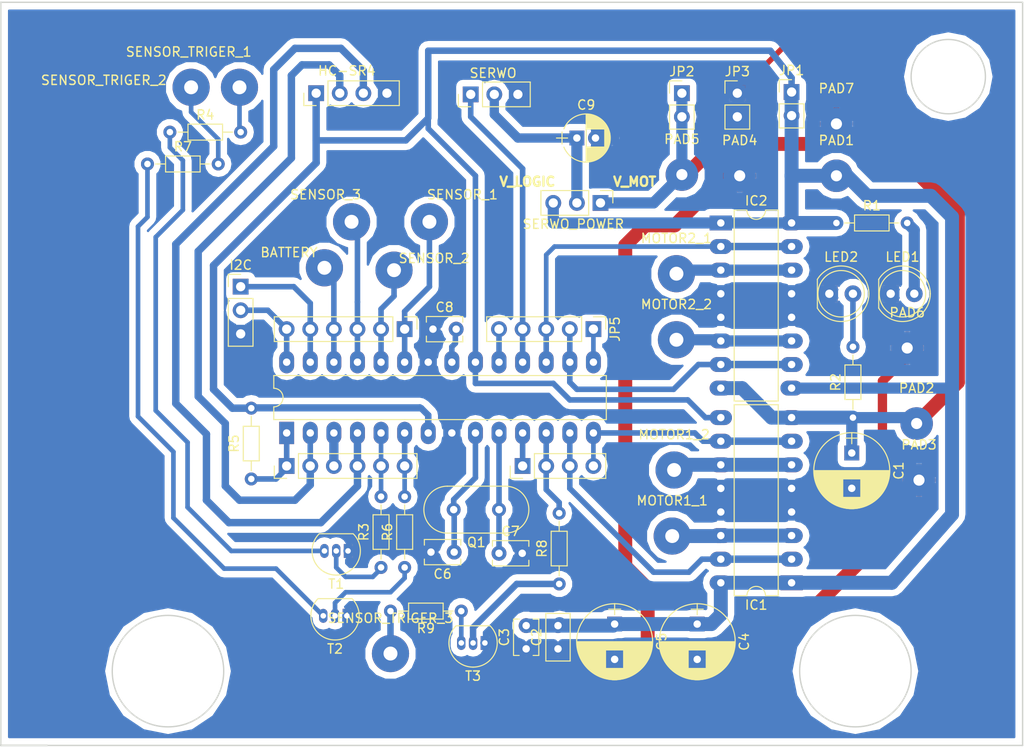
<source format=kicad_pcb>
(kicad_pcb (version 4) (host pcbnew 4.0.6)
  (layers (0 F.Cu signal hide) (31 B.Cu signal) (34 B.Paste user hide) (35 F.Paste user hide) (36 B.SilkS user hide) (37 F.SilkS user hide) (38 B.Mask user hide) (39 F.Mask user hide) (44 Edge.Cuts user))
  (net 0 "")
  (net 1 "Net-(BATTERY_VOLTAGE1-Pad1)")
  (net 2 MOTOR_VCC)
  (net 3 GND)
  (net 4 LOGIC_VCC)
  (net 5 "Net-(C6-Pad1)")
  (net 6 "Net-(C7-Pad1)")
  (net 7 "Net-(C8-Pad2)")
  (net 8 "Net-(I2C1-Pad1)")
  (net 9 "Net-(I2C1-Pad2)")
  (net 10 M1_1)
  (net 11 M1_2)
  (net 12 "Net-(IC1-Pad14)")
  (net 13 "Net-(IC1-Pad11)")
  (net 14 M2_1)
  (net 15 M2_2)
  (net 16 "Net-(IC2-Pad14)")
  (net 17 "Net-(IC2-Pad11)")
  (net 18 RESET)
  (net 19 "Net-(IC3-Pad3)")
  (net 20 SERWO)
  (net 21 "Net-(IC3-Pad19)")
  (net 22 "Net-(IC3-Pad23)")
  (net 23 "Net-(IC3-Pad24)")
  (net 24 TRIGER_0)
  (net 25 "Net-(IC3-Pad25)")
  (net 26 TRIGER_1)
  (net 27 TRIGER_2)
  (net 28 "Net-(LED1-Pad2)")
  (net 29 "Net-(LED2-Pad2)")
  (net 30 "Net-(R3-Pad1)")
  (net 31 "Net-(R4-Pad1)")
  (net 32 "Net-(R4-Pad2)")
  (net 33 "Net-(R6-Pad1)")
  (net 34 "Net-(R7-Pad1)")
  (net 35 "Net-(R7-Pad2)")
  (net 36 "Net-(R8-Pad1)")
  (net 37 "Net-(R9-Pad1)")
  (net 38 "Net-(R9-Pad2)")
  (net 39 "Net-(IC3-Pad15)")
  (net 40 "Net-(IC3-Pad11)")
  (net 41 "Net-(C9-Pad1)")
  (net 42 HCSR_ECHO)
  (net 43 HCSR_TRIG)
  (module Wire_Pads:SolderWirePad_single_1-5mmDrill (layer F.Cu) (at 124.841 68.58)
    (fp_text reference BATTERY (at -3.81 -1.651) (layer F.SilkS))
    (fp_text value CONN_01X01 hide)
    (pad 1 thru_hole circle (at 0 0) (size 4.0005 4.0005) (drill 1.50114) (layers *.Cu *.Mask) (net 1 "Net-(BATTERY_VOLTAGE1-Pad1)"))
  )
  (module Capacitors_THT:CP_Radial_D8.0mm_P3.80mm (layer F.Cu) (at 181.61 88.519 270)
    (fp_text reference C1 (at 1.9 -5.06 270) (layer F.SilkS))
    (fp_text value 470uF)
    (pad 1 thru_hole rect (at 0 0 270) (size 1.6 1.6) (drill 0.8) (layers *.Cu *.Mask) (net 2 MOTOR_VCC))
    (pad 2 thru_hole circle (at 3.8 0 270) (size 1.6 1.6) (drill 0.8) (layers *.Cu *.Mask) (net 3 GND))
  )
  (module Capacitors_THT:C_Disc_D5.0mm_W2.5mm_P2.50mm (layer F.Cu) (at 149.987 109.601 90)
    (fp_text reference C2 (at 1.25 -2.31 90) (layer F.SilkS))
    (fp_text value 100nF)
    (pad 1 thru_hole circle (at 0 0 90) (size 1.6 1.6) (drill 0.8) (layers *.Cu *.Mask) (net 3 GND))
    (pad 2 thru_hole circle (at 2.5 0 90) (size 1.6 1.6) (drill 0.8) (layers *.Cu *.Mask) (net 4 LOGIC_VCC))
  )
  (module Capacitors_THT:C_Disc_D3.8mm_W2.6mm_P2.50mm (layer F.Cu) (at 146.558 109.601 90)
    (fp_text reference C3 (at 1.25 -2.36 90) (layer F.SilkS))
    (fp_text value 100pF)
    (pad 1 thru_hole circle (at 0 0 90) (size 1.6 1.6) (drill 0.8) (layers *.Cu *.Mask) (net 3 GND))
    (pad 2 thru_hole circle (at 2.5 0 90) (size 1.6 1.6) (drill 0.8) (layers *.Cu *.Mask) (net 4 LOGIC_VCC))
  )
  (module Capacitors_THT:CP_Radial_D8.0mm_P3.80mm (layer F.Cu) (at 164.973 106.934 270)
    (fp_text reference C4 (at 1.9 -5.06 270) (layer F.SilkS))
    (fp_text value 470uF)
    (pad 1 thru_hole rect (at 0 0 270) (size 1.6 1.6) (drill 0.8) (layers *.Cu *.Mask) (net 4 LOGIC_VCC))
    (pad 2 thru_hole circle (at 3.8 0 270) (size 1.6 1.6) (drill 0.8) (layers *.Cu *.Mask) (net 3 GND))
  )
  (module Capacitors_THT:CP_Radial_D8.0mm_P3.80mm (layer F.Cu) (at 156.083 106.934 270)
    (fp_text reference C5 (at 1.9 -5.06 270) (layer F.SilkS))
    (fp_text value 470uF)
    (pad 1 thru_hole rect (at 0 0 270) (size 1.6 1.6) (drill 0.8) (layers *.Cu *.Mask) (net 4 LOGIC_VCC))
    (pad 2 thru_hole circle (at 3.8 0 270) (size 1.6 1.6) (drill 0.8) (layers *.Cu *.Mask) (net 3 GND))
  )
  (module Capacitors_THT:C_Disc_D3.8mm_W2.6mm_P2.50mm (layer F.Cu) (at 138.811 99.187 180)
    (fp_text reference C6 (at 1.25 -2.36 180) (layer F.SilkS))
    (fp_text value 15pF)
    (pad 1 thru_hole circle (at 0 0 180) (size 1.6 1.6) (drill 0.8) (layers *.Cu *.Mask) (net 5 "Net-(C6-Pad1)"))
    (pad 2 thru_hole circle (at 2.5 0 180) (size 1.6 1.6) (drill 0.8) (layers *.Cu *.Mask) (net 3 GND))
  )
  (module Capacitors_THT:C_Disc_D3.8mm_W2.6mm_P2.50mm (layer F.Cu) (at 143.637 99.314)
    (fp_text reference C7 (at 1.25 -2.36) (layer F.SilkS))
    (fp_text value 15pF)
    (pad 1 thru_hole circle (at 0 0) (size 1.6 1.6) (drill 0.8) (layers *.Cu *.Mask) (net 6 "Net-(C7-Pad1)"))
    (pad 2 thru_hole circle (at 2.5 0) (size 1.6 1.6) (drill 0.8) (layers *.Cu *.Mask) (net 3 GND))
  )
  (module Capacitors_THT:C_Disc_D3.8mm_W2.6mm_P2.50mm (layer F.Cu) (at 136.525 75.184)
    (fp_text reference C8 (at 1.25 -2.36) (layer F.SilkS))
    (fp_text value 100nF)
    (pad 1 thru_hole circle (at 0 0) (size 1.6 1.6) (drill 0.8) (layers *.Cu *.Mask) (net 3 GND))
    (pad 2 thru_hole circle (at 2.5 0) (size 1.6 1.6) (drill 0.8) (layers *.Cu *.Mask) (net 7 "Net-(C8-Pad2)"))
  )
  (module Pin_Headers:Pin_Header_Straight_1x03_Pitch2.54mm (layer F.Cu) (at 115.824 70.612)
    (fp_text reference I2C (at 0 -2.33) (layer F.SilkS))
    (fp_text value CONN_01X03 hide)
    (pad 1 thru_hole rect (at 0 0) (size 1.7 1.7) (drill 1) (layers *.Cu *.Mask) (net 8 "Net-(I2C1-Pad1)"))
    (pad 2 thru_hole oval (at 0 2.54) (size 1.7 1.7) (drill 1) (layers *.Cu *.Mask) (net 9 "Net-(I2C1-Pad2)"))
    (pad 3 thru_hole oval (at 0 5.08) (size 1.7 1.7) (drill 1) (layers *.Cu *.Mask) (net 3 GND))
  )
  (module Housings_DIP:DIP-16_W7.62mm_LongPads (layer F.Cu) (at 175.133 102.489 180)
    (fp_text reference IC1 (at 3.81 -2.39 180) (layer F.SilkS))
    (fp_text value L293D)
    (pad 1 thru_hole rect (at 0 0 180) (size 2.4 1.6) (drill 0.8) (layers *.Cu *.Mask) (net 4 LOGIC_VCC))
    (pad 9 thru_hole oval (at 7.62 17.78 180) (size 2.4 1.6) (drill 0.8) (layers *.Cu *.Mask) (net 4 LOGIC_VCC))
    (pad 2 thru_hole oval (at 0 2.54 180) (size 2.4 1.6) (drill 0.8) (layers *.Cu *.Mask) (net 10 M1_1))
    (pad 10 thru_hole oval (at 7.62 15.24 180) (size 2.4 1.6) (drill 0.8) (layers *.Cu *.Mask) (net 11 M1_2))
    (pad 3 thru_hole oval (at 0 5.08 180) (size 2.4 1.6) (drill 0.8) (layers *.Cu *.Mask) (net 12 "Net-(IC1-Pad14)"))
    (pad 11 thru_hole oval (at 7.62 12.7 180) (size 2.4 1.6) (drill 0.8) (layers *.Cu *.Mask) (net 13 "Net-(IC1-Pad11)"))
    (pad 4 thru_hole oval (at 0 7.62 180) (size 2.4 1.6) (drill 0.8) (layers *.Cu *.Mask) (net 3 GND))
    (pad 12 thru_hole oval (at 7.62 10.16 180) (size 2.4 1.6) (drill 0.8) (layers *.Cu *.Mask) (net 3 GND))
    (pad 5 thru_hole oval (at 0 10.16 180) (size 2.4 1.6) (drill 0.8) (layers *.Cu *.Mask) (net 3 GND))
    (pad 13 thru_hole oval (at 7.62 7.62 180) (size 2.4 1.6) (drill 0.8) (layers *.Cu *.Mask) (net 3 GND))
    (pad 6 thru_hole oval (at 0 12.7 180) (size 2.4 1.6) (drill 0.8) (layers *.Cu *.Mask) (net 13 "Net-(IC1-Pad11)"))
    (pad 14 thru_hole oval (at 7.62 5.08 180) (size 2.4 1.6) (drill 0.8) (layers *.Cu *.Mask) (net 12 "Net-(IC1-Pad14)"))
    (pad 7 thru_hole oval (at 0 15.24 180) (size 2.4 1.6) (drill 0.8) (layers *.Cu *.Mask) (net 11 M1_2))
    (pad 15 thru_hole oval (at 7.62 2.54 180) (size 2.4 1.6) (drill 0.8) (layers *.Cu *.Mask) (net 10 M1_1))
    (pad 8 thru_hole oval (at 0 17.78 180) (size 2.4 1.6) (drill 0.8) (layers *.Cu *.Mask) (net 2 MOTOR_VCC))
    (pad 16 thru_hole oval (at 7.62 0 180) (size 2.4 1.6) (drill 0.8) (layers *.Cu *.Mask) (net 4 LOGIC_VCC))
  )
  (module Housings_DIP:DIP-16_W7.62mm_LongPads (layer F.Cu) (at 167.513 63.754)
    (fp_text reference IC2 (at 3.81 -2.39) (layer F.SilkS))
    (fp_text value L293D)
    (pad 1 thru_hole rect (at 0 0) (size 2.4 1.6) (drill 0.8) (layers *.Cu *.Mask) (net 4 LOGIC_VCC))
    (pad 9 thru_hole oval (at 7.62 17.78) (size 2.4 1.6) (drill 0.8) (layers *.Cu *.Mask) (net 4 LOGIC_VCC))
    (pad 2 thru_hole oval (at 0 2.54) (size 2.4 1.6) (drill 0.8) (layers *.Cu *.Mask) (net 14 M2_1))
    (pad 10 thru_hole oval (at 7.62 15.24) (size 2.4 1.6) (drill 0.8) (layers *.Cu *.Mask) (net 15 M2_2))
    (pad 3 thru_hole oval (at 0 5.08) (size 2.4 1.6) (drill 0.8) (layers *.Cu *.Mask) (net 16 "Net-(IC2-Pad14)"))
    (pad 11 thru_hole oval (at 7.62 12.7) (size 2.4 1.6) (drill 0.8) (layers *.Cu *.Mask) (net 17 "Net-(IC2-Pad11)"))
    (pad 4 thru_hole oval (at 0 7.62) (size 2.4 1.6) (drill 0.8) (layers *.Cu *.Mask) (net 3 GND))
    (pad 12 thru_hole oval (at 7.62 10.16) (size 2.4 1.6) (drill 0.8) (layers *.Cu *.Mask) (net 3 GND))
    (pad 5 thru_hole oval (at 0 10.16) (size 2.4 1.6) (drill 0.8) (layers *.Cu *.Mask) (net 3 GND))
    (pad 13 thru_hole oval (at 7.62 7.62) (size 2.4 1.6) (drill 0.8) (layers *.Cu *.Mask) (net 3 GND))
    (pad 6 thru_hole oval (at 0 12.7) (size 2.4 1.6) (drill 0.8) (layers *.Cu *.Mask) (net 17 "Net-(IC2-Pad11)"))
    (pad 14 thru_hole oval (at 7.62 5.08) (size 2.4 1.6) (drill 0.8) (layers *.Cu *.Mask) (net 16 "Net-(IC2-Pad14)"))
    (pad 7 thru_hole oval (at 0 15.24) (size 2.4 1.6) (drill 0.8) (layers *.Cu *.Mask) (net 15 M2_2))
    (pad 15 thru_hole oval (at 7.62 2.54) (size 2.4 1.6) (drill 0.8) (layers *.Cu *.Mask) (net 14 M2_1))
    (pad 8 thru_hole oval (at 0 17.78) (size 2.4 1.6) (drill 0.8) (layers *.Cu *.Mask) (net 2 MOTOR_VCC))
    (pad 16 thru_hole oval (at 7.62 0) (size 2.4 1.6) (drill 0.8) (layers *.Cu *.Mask) (net 4 LOGIC_VCC))
  )
  (module Housings_DIP:DIP-28_W7.62mm_LongPads (layer F.Cu) (at 120.777 86.36 90)
    (fp_text reference IC3 hide)
    (fp_text value ATMEGA8-P)
    (pad 1 thru_hole rect (at 0 0 90) (size 2.4 1.6) (drill 0.8) (layers *.Cu *.Mask) (net 18 RESET))
    (pad 15 thru_hole oval (at 7.62 33.02 90) (size 2.4 1.6) (drill 0.8) (layers *.Cu *.Mask) (net 39 "Net-(IC3-Pad15)"))
    (pad 2 thru_hole oval (at 0 2.54 90) (size 2.4 1.6) (drill 0.8) (layers *.Cu *.Mask) (net 42 HCSR_ECHO))
    (pad 16 thru_hole oval (at 7.62 30.48 90) (size 2.4 1.6) (drill 0.8) (layers *.Cu *.Mask) (net 15 M2_2))
    (pad 3 thru_hole oval (at 0 5.08 90) (size 2.4 1.6) (drill 0.8) (layers *.Cu *.Mask) (net 19 "Net-(IC3-Pad3)"))
    (pad 17 thru_hole oval (at 7.62 27.94 90) (size 2.4 1.6) (drill 0.8) (layers *.Cu *.Mask) (net 14 M2_1))
    (pad 4 thru_hole oval (at 0 7.62 90) (size 2.4 1.6) (drill 0.8) (layers *.Cu *.Mask) (net 43 HCSR_TRIG))
    (pad 18 thru_hole oval (at 7.62 25.4 90) (size 2.4 1.6) (drill 0.8) (layers *.Cu *.Mask) (net 20 SERWO))
    (pad 5 thru_hole oval (at 0 10.16 90) (size 2.4 1.6) (drill 0.8) (layers *.Cu *.Mask) (net 24 TRIGER_0))
    (pad 19 thru_hole oval (at 7.62 22.86 90) (size 2.4 1.6) (drill 0.8) (layers *.Cu *.Mask) (net 21 "Net-(IC3-Pad19)"))
    (pad 6 thru_hole oval (at 0 12.7 90) (size 2.4 1.6) (drill 0.8) (layers *.Cu *.Mask) (net 26 TRIGER_1))
    (pad 20 thru_hole oval (at 7.62 20.32 90) (size 2.4 1.6) (drill 0.8) (layers *.Cu *.Mask) (net 4 LOGIC_VCC))
    (pad 7 thru_hole oval (at 0 15.24 90) (size 2.4 1.6) (drill 0.8) (layers *.Cu *.Mask) (net 4 LOGIC_VCC))
    (pad 21 thru_hole oval (at 7.62 17.78 90) (size 2.4 1.6) (drill 0.8) (layers *.Cu *.Mask) (net 7 "Net-(C8-Pad2)"))
    (pad 8 thru_hole oval (at 0 17.78 90) (size 2.4 1.6) (drill 0.8) (layers *.Cu *.Mask) (net 3 GND))
    (pad 22 thru_hole oval (at 7.62 15.24 90) (size 2.4 1.6) (drill 0.8) (layers *.Cu *.Mask) (net 3 GND))
    (pad 9 thru_hole oval (at 0 20.32 90) (size 2.4 1.6) (drill 0.8) (layers *.Cu *.Mask) (net 5 "Net-(C6-Pad1)"))
    (pad 23 thru_hole oval (at 7.62 12.7 90) (size 2.4 1.6) (drill 0.8) (layers *.Cu *.Mask) (net 22 "Net-(IC3-Pad23)"))
    (pad 10 thru_hole oval (at 0 22.86 90) (size 2.4 1.6) (drill 0.8) (layers *.Cu *.Mask) (net 6 "Net-(C7-Pad1)"))
    (pad 24 thru_hole oval (at 7.62 10.16 90) (size 2.4 1.6) (drill 0.8) (layers *.Cu *.Mask) (net 23 "Net-(IC3-Pad24)"))
    (pad 11 thru_hole oval (at 0 25.4 90) (size 2.4 1.6) (drill 0.8) (layers *.Cu *.Mask) (net 40 "Net-(IC3-Pad11)"))
    (pad 25 thru_hole oval (at 7.62 7.62 90) (size 2.4 1.6) (drill 0.8) (layers *.Cu *.Mask) (net 25 "Net-(IC3-Pad25)"))
    (pad 12 thru_hole oval (at 0 27.94 90) (size 2.4 1.6) (drill 0.8) (layers *.Cu *.Mask) (net 27 TRIGER_2))
    (pad 26 thru_hole oval (at 7.62 5.08 90) (size 2.4 1.6) (drill 0.8) (layers *.Cu *.Mask) (net 1 "Net-(BATTERY_VOLTAGE1-Pad1)"))
    (pad 13 thru_hole oval (at 0 30.48 90) (size 2.4 1.6) (drill 0.8) (layers *.Cu *.Mask) (net 10 M1_1))
    (pad 27 thru_hole oval (at 7.62 2.54 90) (size 2.4 1.6) (drill 0.8) (layers *.Cu *.Mask) (net 8 "Net-(I2C1-Pad1)"))
    (pad 14 thru_hole oval (at 0 33.02 90) (size 2.4 1.6) (drill 0.8) (layers *.Cu *.Mask) (net 11 M1_2))
    (pad 28 thru_hole oval (at 7.62 0 90) (size 2.4 1.6) (drill 0.8) (layers *.Cu *.Mask) (net 9 "Net-(I2C1-Pad2)"))
  )
  (module Pin_Headers:Pin_Header_Straight_1x02_Pitch2.54mm (layer F.Cu) (at 175.133 49.657)
    (fp_text reference JP1 (at 0 -2.33) (layer F.SilkS))
    (fp_text value CONN_01X02 hide)
    (pad 1 thru_hole rect (at 0 0) (size 1.7 1.7) (drill 1) (layers *.Cu *.Mask) (net 4 LOGIC_VCC))
    (pad 2 thru_hole oval (at 0 2.54) (size 1.7 1.7) (drill 1) (layers *.Cu *.Mask) (net 4 LOGIC_VCC))
  )
  (module Pin_Headers:Pin_Header_Straight_1x02_Pitch2.54mm (layer F.Cu) (at 163.322 49.784)
    (fp_text reference JP2 (at 0 -2.33) (layer F.SilkS))
    (fp_text value CONN_01X02 hide)
    (pad 1 thru_hole rect (at 0 0) (size 1.7 1.7) (drill 1) (layers *.Cu *.Mask) (net 2 MOTOR_VCC))
    (pad 2 thru_hole oval (at 0 2.54) (size 1.7 1.7) (drill 1) (layers *.Cu *.Mask) (net 2 MOTOR_VCC))
  )
  (module Pin_Headers:Pin_Header_Straight_1x02_Pitch2.54mm (layer F.Cu) (at 169.291 49.784)
    (fp_text reference JP3 (at 0 -2.33) (layer F.SilkS))
    (fp_text value CONN_01X02 hide)
    (pad 1 thru_hole rect (at 0 0) (size 1.7 1.7) (drill 1) (layers *.Cu *.Mask) (net 3 GND))
    (pad 2 thru_hole oval (at 0 2.54) (size 1.7 1.7) (drill 1) (layers *.Cu *.Mask) (net 3 GND))
  )
  (module Pin_Headers:Pin_Header_Straight_1x06_Pitch2.54mm (layer F.Cu) (at 120.777 89.916 90)
    (fp_text reference JP4 hide)
    (fp_text value CONN_01X06 hide)
    (pad 1 thru_hole rect (at 0 0 90) (size 1.7 1.7) (drill 1) (layers *.Cu *.Mask) (net 18 RESET))
    (pad 2 thru_hole oval (at 0 2.54 90) (size 1.7 1.7) (drill 1) (layers *.Cu *.Mask) (net 42 HCSR_ECHO))
    (pad 3 thru_hole oval (at 0 5.08 90) (size 1.7 1.7) (drill 1) (layers *.Cu *.Mask) (net 19 "Net-(IC3-Pad3)"))
    (pad 4 thru_hole oval (at 0 7.62 90) (size 1.7 1.7) (drill 1) (layers *.Cu *.Mask) (net 43 HCSR_TRIG))
    (pad 5 thru_hole oval (at 0 10.16 90) (size 1.7 1.7) (drill 1) (layers *.Cu *.Mask) (net 24 TRIGER_0))
    (pad 6 thru_hole oval (at 0 12.7 90) (size 1.7 1.7) (drill 1) (layers *.Cu *.Mask) (net 26 TRIGER_1))
  )
  (module Pin_Headers:Pin_Header_Straight_1x05_Pitch2.54mm (layer F.Cu) (at 153.797 75.184 270)
    (fp_text reference JP5 (at 0 -2.33 270) (layer F.SilkS))
    (fp_text value CONN_01X05 hide)
    (pad 1 thru_hole rect (at 0 0 270) (size 1.7 1.7) (drill 1) (layers *.Cu *.Mask) (net 39 "Net-(IC3-Pad15)"))
    (pad 2 thru_hole oval (at 0 2.54 270) (size 1.7 1.7) (drill 1) (layers *.Cu *.Mask) (net 15 M2_2))
    (pad 3 thru_hole oval (at 0 5.08 270) (size 1.7 1.7) (drill 1) (layers *.Cu *.Mask) (net 14 M2_1))
    (pad 4 thru_hole oval (at 0 7.62 270) (size 1.7 1.7) (drill 1) (layers *.Cu *.Mask) (net 20 SERWO))
    (pad 5 thru_hole oval (at 0 10.16 270) (size 1.7 1.7) (drill 1) (layers *.Cu *.Mask) (net 21 "Net-(IC3-Pad19)"))
  )
  (module Pin_Headers:Pin_Header_Straight_1x06_Pitch2.54mm (layer F.Cu) (at 133.477 75.184 270)
    (fp_text reference JP6 hide)
    (fp_text value CONN_01X06 hide)
    (pad 1 thru_hole rect (at 0 0 270) (size 1.7 1.7) (drill 1) (layers *.Cu *.Mask) (net 22 "Net-(IC3-Pad23)"))
    (pad 2 thru_hole oval (at 0 2.54 270) (size 1.7 1.7) (drill 1) (layers *.Cu *.Mask) (net 23 "Net-(IC3-Pad24)"))
    (pad 3 thru_hole oval (at 0 5.08 270) (size 1.7 1.7) (drill 1) (layers *.Cu *.Mask) (net 25 "Net-(IC3-Pad25)"))
    (pad 4 thru_hole oval (at 0 7.62 270) (size 1.7 1.7) (drill 1) (layers *.Cu *.Mask) (net 1 "Net-(BATTERY_VOLTAGE1-Pad1)"))
    (pad 5 thru_hole oval (at 0 10.16 270) (size 1.7 1.7) (drill 1) (layers *.Cu *.Mask) (net 8 "Net-(I2C1-Pad1)"))
    (pad 6 thru_hole oval (at 0 12.7 270) (size 1.7 1.7) (drill 1) (layers *.Cu *.Mask) (net 9 "Net-(I2C1-Pad2)"))
  )
  (module Pin_Headers:Pin_Header_Straight_1x04_Pitch2.54mm (layer F.Cu) (at 146.177 89.916 90)
    (fp_text reference JP7 hide)
    (fp_text value CONN_01X04 hide)
    (pad 1 thru_hole rect (at 0 0 90) (size 1.7 1.7) (drill 1) (layers *.Cu *.Mask) (net 40 "Net-(IC3-Pad11)"))
    (pad 2 thru_hole oval (at 0 2.54 90) (size 1.7 1.7) (drill 1) (layers *.Cu *.Mask) (net 27 TRIGER_2))
    (pad 3 thru_hole oval (at 0 5.08 90) (size 1.7 1.7) (drill 1) (layers *.Cu *.Mask) (net 10 M1_1))
    (pad 4 thru_hole oval (at 0 7.62 90) (size 1.7 1.7) (drill 1) (layers *.Cu *.Mask) (net 11 M1_2))
  )
  (module LEDs:LED_D5.0mm (layer F.Cu) (at 185.801 71.374)
    (fp_text reference LED1 (at 1.27 -3.96) (layer F.SilkS))
    (fp_text value LOGIC)
    (pad 1 thru_hole rect (at 0 0) (size 1.8 1.8) (drill 0.9) (layers *.Cu *.Mask) (net 3 GND))
    (pad 2 thru_hole circle (at 2.54 0) (size 1.8 1.8) (drill 0.9) (layers *.Cu *.Mask) (net 28 "Net-(LED1-Pad2)"))
  )
  (module LEDs:LED_D5.0mm (layer F.Cu) (at 179.197 71.374)
    (fp_text reference LED2 (at 1.27 -3.96) (layer F.SilkS))
    (fp_text value MOT)
    (pad 1 thru_hole rect (at 0 0) (size 1.8 1.8) (drill 0.9) (layers *.Cu *.Mask) (net 3 GND))
    (pad 2 thru_hole circle (at 2.54 0) (size 1.8 1.8) (drill 0.9) (layers *.Cu *.Mask) (net 29 "Net-(LED2-Pad2)"))
  )
  (module Wire_Pads:SolderWirePad_single_1-5mmDrill (layer F.Cu) (at 162.2806 97.4598)
    (fp_text reference MOTOR1_1 (at 0 -3.81) (layer F.SilkS))
    (fp_text value CONN_01X01 hide)
    (pad 1 thru_hole circle (at 0 0) (size 4.0005 4.0005) (drill 1.50114) (layers *.Cu *.Mask) (net 12 "Net-(IC1-Pad14)"))
  )
  (module Wire_Pads:SolderWirePad_single_1-5mmDrill (layer F.Cu) (at 162.4838 90.3478)
    (fp_text reference MOTOR1_2 (at 0 -3.81) (layer F.SilkS))
    (fp_text value CONN_01X01 hide)
    (pad 1 thru_hole circle (at 0 0) (size 4.0005 4.0005) (drill 1.50114) (layers *.Cu *.Mask) (net 13 "Net-(IC1-Pad11)"))
  )
  (module Wire_Pads:SolderWirePad_single_1-5mmDrill (layer F.Cu) (at 162.7378 69.215)
    (fp_text reference MOTOR2_1 (at 0 -3.81) (layer F.SilkS))
    (fp_text value CONN_01X01 hide)
    (pad 1 thru_hole circle (at 0 0) (size 4.0005 4.0005) (drill 1.50114) (layers *.Cu *.Mask) (net 16 "Net-(IC2-Pad14)"))
  )
  (module Wire_Pads:SolderWirePad_single_1-5mmDrill (layer F.Cu) (at 162.7378 76.327)
    (fp_text reference MOTOR2_2 (at 0 -3.81) (layer F.SilkS))
    (fp_text value CONN_01X01 hide)
    (pad 1 thru_hole circle (at 0 0) (size 4.0005 4.0005) (drill 1.50114) (layers *.Cu *.Mask) (net 17 "Net-(IC2-Pad11)"))
  )
  (module Wire_Pads:SolderWirePad_single_1-2mmDrill (layer F.Cu) (at 179.959 58.674)
    (fp_text reference PAD1 (at 0 -3.81) (layer F.SilkS))
    (fp_text value CONN_01X01 hide)
    (pad 1 thru_hole circle (at 0 0) (size 3.50012 3.50012) (drill 1.19888) (layers *.Cu *.Mask) (net 4 LOGIC_VCC))
  )
  (module Wire_Pads:SolderWirePad_single_1-2mmDrill (layer F.Cu) (at 188.595 85.344)
    (fp_text reference PAD2 (at 0 -3.81) (layer F.SilkS))
    (fp_text value CONN_01X01 hide)
    (pad 1 thru_hole circle (at 0 0) (size 3.50012 3.50012) (drill 1.19888) (layers *.Cu *.Mask) (net 2 MOTOR_VCC))
  )
  (module Wire_Pads:SolderWirePad_single_1-2mmDrill (layer F.Cu) (at 188.849 91.44)
    (fp_text reference PAD3 (at 0 -3.81) (layer F.SilkS))
    (fp_text value CONN_01X01 hide)
    (pad 1 thru_hole circle (at 0 0) (size 3.50012 3.50012) (drill 1.19888) (layers *.Cu *.Mask) (net 3 GND))
  )
  (module Wire_Pads:SolderWirePad_single_1-2mmDrill (layer F.Cu) (at 169.545 58.674)
    (fp_text reference PAD4 (at 0 -3.81) (layer F.SilkS))
    (fp_text value CONN_01X01 hide)
    (pad 1 thru_hole circle (at 0 0) (size 3.50012 3.50012) (drill 1.19888) (layers *.Cu *.Mask) (net 3 GND))
  )
  (module Crystals:Crystal_HC49-U_Vertical (layer F.Cu) (at 143.637 94.615 180)
    (fp_text reference Q1 (at 2.44 -3.525 180) (layer F.SilkS))
    (fp_text value 16MHz)
    (pad 1 thru_hole circle (at 0 0 180) (size 1.5 1.5) (drill 0.8) (layers *.Cu *.Mask) (net 6 "Net-(C7-Pad1)"))
    (pad 2 thru_hole circle (at 4.88 0 180) (size 1.5 1.5) (drill 0.8) (layers *.Cu *.Mask) (net 5 "Net-(C6-Pad1)"))
  )
  (module Wire_Pads:SolderWirePad_single_1-5mmDrill (layer F.Cu) (at 115.697 49.149)
    (fp_text reference SENSOR_TRIGER_1 (at -5.461 -3.81) (layer F.SilkS))
    (fp_text value CONN_01X01 hide)
    (pad 1 thru_hole circle (at 0 0) (size 4.0005 4.0005) (drill 1.50114) (layers *.Cu *.Mask) (net 32 "Net-(R4-Pad2)"))
  )
  (module Wire_Pads:SolderWirePad_single_1-5mmDrill (layer F.Cu) (at 110.49 49.149)
    (fp_text reference SENSOR_TRIGER_2 (at -9.398 -0.762) (layer F.SilkS))
    (fp_text value CONN_01X01 hide)
    (pad 1 thru_hole circle (at 0 0) (size 4.0005 4.0005) (drill 1.50114) (layers *.Cu *.Mask) (net 35 "Net-(R7-Pad2)"))
  )
  (module Wire_Pads:SolderWirePad_single_1-5mmDrill (layer F.Cu) (at 131.953 110.109)
    (fp_text reference SENSOR_TRIGER_3 (at 0 -3.81) (layer F.SilkS))
    (fp_text value CONN_01X01 hide)
    (pad 1 thru_hole circle (at 0 0) (size 4.0005 4.0005) (drill 1.50114) (layers *.Cu *.Mask) (net 38 "Net-(R9-Pad2)"))
  )
  (module Pin_Headers:Pin_Header_Straight_1x03_Pitch2.54mm (layer F.Cu) (at 154.559 61.595 270)
    (fp_text reference SERWO_POWER (at 2.286 2.921 360) (layer F.SilkS))
    (fp_text value CONN_01X03 hide)
    (pad 1 thru_hole rect (at 0 0 270) (size 1.7 1.7) (drill 1) (layers *.Cu *.Mask) (net 2 MOTOR_VCC))
    (pad 2 thru_hole oval (at 0 2.54 270) (size 1.7 1.7) (drill 1) (layers *.Cu *.Mask) (net 41 "Net-(C9-Pad1)"))
    (pad 3 thru_hole oval (at 0 5.08 270) (size 1.7 1.7) (drill 1) (layers *.Cu *.Mask) (net 4 LOGIC_VCC))
  )
  (module TO_SOT_Packages_THT:TO-92_Inline_Narrow_Oval (layer F.Cu) (at 127.381 99.06 180)
    (fp_text reference T1 (at 1.27 -3.56 180) (layer F.SilkS))
    (fp_text value 2N2222A)
    (pad 2 thru_hole oval (at 1.27 0) (size 0.9 1.5) (drill 0.6) (layers *.Cu *.Mask) (net 30 "Net-(R3-Pad1)"))
    (pad 3 thru_hole oval (at 2.54 0) (size 0.9 1.5) (drill 0.6) (layers *.Cu *.Mask) (net 31 "Net-(R4-Pad1)"))
    (pad 1 thru_hole rect (at 0 0) (size 0.9 1.5) (drill 0.6) (layers *.Cu *.Mask) (net 3 GND))
  )
  (module TO_SOT_Packages_THT:TO-92_Inline_Narrow_Oval (layer F.Cu) (at 127.254 106.045 180)
    (fp_text reference T2 (at 1.27 -3.56 180) (layer F.SilkS))
    (fp_text value 2N2222A)
    (pad 2 thru_hole oval (at 1.27 0) (size 0.9 1.5) (drill 0.6) (layers *.Cu *.Mask) (net 33 "Net-(R6-Pad1)"))
    (pad 3 thru_hole oval (at 2.54 0) (size 0.9 1.5) (drill 0.6) (layers *.Cu *.Mask) (net 34 "Net-(R7-Pad1)"))
    (pad 1 thru_hole rect (at 0 0) (size 0.9 1.5) (drill 0.6) (layers *.Cu *.Mask) (net 3 GND))
  )
  (module TO_SOT_Packages_THT:TO-92_Inline_Narrow_Oval (layer F.Cu) (at 142.113 108.966 180)
    (fp_text reference T3 (at 1.27 -3.56 180) (layer F.SilkS))
    (fp_text value 2N2222A)
    (pad 2 thru_hole oval (at 1.27 0) (size 0.9 1.5) (drill 0.6) (layers *.Cu *.Mask) (net 36 "Net-(R8-Pad1)"))
    (pad 3 thru_hole oval (at 2.54 0) (size 0.9 1.5) (drill 0.6) (layers *.Cu *.Mask) (net 37 "Net-(R9-Pad1)"))
    (pad 1 thru_hole rect (at 0 0) (size 0.9 1.5) (drill 0.6) (layers *.Cu *.Mask) (net 3 GND))
  )
  (module Resistors_THT:R_Axial_DIN0204_L3.6mm_D1.6mm_P7.62mm_Horizontal (layer F.Cu) (at 139.573 105.537 180)
    (fp_text reference R9 (at 3.81 -1.86 180) (layer F.SilkS))
    (fp_text value 82R)
    (pad 1 thru_hole circle (at 0 0 180) (size 1.4 1.4) (drill 0.7) (layers *.Cu *.Mask) (net 37 "Net-(R9-Pad1)"))
    (pad 2 thru_hole oval (at 7.62 0 180) (size 1.4 1.4) (drill 0.7) (layers *.Cu *.Mask) (net 38 "Net-(R9-Pad2)"))
  )
  (module Resistors_THT:R_Axial_DIN0204_L3.6mm_D1.6mm_P7.62mm_Horizontal (layer F.Cu) (at 150.114 102.616 90)
    (fp_text reference R8 (at 3.81 -1.86 90) (layer F.SilkS))
    (fp_text value 1k)
    (pad 1 thru_hole circle (at 0 0 90) (size 1.4 1.4) (drill 0.7) (layers *.Cu *.Mask) (net 36 "Net-(R8-Pad1)"))
    (pad 2 thru_hole oval (at 7.62 0 90) (size 1.4 1.4) (drill 0.7) (layers *.Cu *.Mask) (net 27 TRIGER_2))
  )
  (module Resistors_THT:R_Axial_DIN0204_L3.6mm_D1.6mm_P7.62mm_Horizontal (layer F.Cu) (at 105.791 57.404)
    (fp_text reference R7 (at 3.81 -1.86) (layer F.SilkS))
    (fp_text value 82R)
    (pad 1 thru_hole circle (at 0 0) (size 1.4 1.4) (drill 0.7) (layers *.Cu *.Mask) (net 34 "Net-(R7-Pad1)"))
    (pad 2 thru_hole oval (at 7.62 0) (size 1.4 1.4) (drill 0.7) (layers *.Cu *.Mask) (net 35 "Net-(R7-Pad2)"))
  )
  (module Resistors_THT:R_Axial_DIN0204_L3.6mm_D1.6mm_P7.62mm_Horizontal (layer F.Cu) (at 133.477 100.838 90)
    (fp_text reference R6 (at 3.81 -1.86 90) (layer F.SilkS))
    (fp_text value 1k)
    (pad 1 thru_hole circle (at 0 0 90) (size 1.4 1.4) (drill 0.7) (layers *.Cu *.Mask) (net 33 "Net-(R6-Pad1)"))
    (pad 2 thru_hole oval (at 7.62 0 90) (size 1.4 1.4) (drill 0.7) (layers *.Cu *.Mask) (net 26 TRIGER_1))
  )
  (module Resistors_THT:R_Axial_DIN0204_L3.6mm_D1.6mm_P7.62mm_Horizontal (layer F.Cu) (at 116.967 91.313 90)
    (fp_text reference R5 (at 3.81 -1.86 90) (layer F.SilkS))
    (fp_text value 10k)
    (pad 1 thru_hole circle (at 0 0 90) (size 1.4 1.4) (drill 0.7) (layers *.Cu *.Mask) (net 18 RESET))
    (pad 2 thru_hole oval (at 7.62 0 90) (size 1.4 1.4) (drill 0.7) (layers *.Cu *.Mask) (net 4 LOGIC_VCC))
  )
  (module Resistors_THT:R_Axial_DIN0204_L3.6mm_D1.6mm_P7.62mm_Horizontal (layer F.Cu) (at 108.204 53.975)
    (fp_text reference R4 (at 3.81 -1.86) (layer F.SilkS))
    (fp_text value 82R)
    (pad 1 thru_hole circle (at 0 0) (size 1.4 1.4) (drill 0.7) (layers *.Cu *.Mask) (net 31 "Net-(R4-Pad1)"))
    (pad 2 thru_hole oval (at 7.62 0) (size 1.4 1.4) (drill 0.7) (layers *.Cu *.Mask) (net 32 "Net-(R4-Pad2)"))
  )
  (module Resistors_THT:R_Axial_DIN0204_L3.6mm_D1.6mm_P7.62mm_Horizontal (layer F.Cu) (at 130.937 100.838 90)
    (fp_text reference R3 (at 3.81 -1.86 90) (layer F.SilkS))
    (fp_text value 1k)
    (pad 1 thru_hole circle (at 0 0 90) (size 1.4 1.4) (drill 0.7) (layers *.Cu *.Mask) (net 30 "Net-(R3-Pad1)"))
    (pad 2 thru_hole oval (at 7.62 0 90) (size 1.4 1.4) (drill 0.7) (layers *.Cu *.Mask) (net 24 TRIGER_0))
  )
  (module Resistors_THT:R_Axial_DIN0204_L3.6mm_D1.6mm_P7.62mm_Horizontal (layer F.Cu) (at 181.737 84.709 90)
    (fp_text reference R2 (at 3.81 -1.86 90) (layer F.SilkS))
    (fp_text value 2k2)
    (pad 1 thru_hole circle (at 0 0 90) (size 1.4 1.4) (drill 0.7) (layers *.Cu *.Mask) (net 2 MOTOR_VCC))
    (pad 2 thru_hole oval (at 7.62 0 90) (size 1.4 1.4) (drill 0.7) (layers *.Cu *.Mask) (net 29 "Net-(LED2-Pad2)"))
  )
  (module Resistors_THT:R_Axial_DIN0204_L3.6mm_D1.6mm_P7.62mm_Horizontal (layer F.Cu) (at 179.959 63.754)
    (fp_text reference R1 (at 3.81 -1.86) (layer F.SilkS))
    (fp_text value 2k7)
    (pad 1 thru_hole circle (at 0 0) (size 1.4 1.4) (drill 0.7) (layers *.Cu *.Mask) (net 4 LOGIC_VCC))
    (pad 2 thru_hole oval (at 7.62 0) (size 1.4 1.4) (drill 0.7) (layers *.Cu *.Mask) (net 28 "Net-(LED1-Pad2)"))
  )
  (module Wire_Pads:SolderWirePad_single_1-2mmDrill (layer F.Cu) (at 163.322 58.547)
    (fp_text reference PAD5 (at 0 -3.81) (layer F.SilkS))
    (fp_text value CONN_01X01 hide)
    (pad 1 thru_hole circle (at 0 0) (size 3.50012 3.50012) (drill 1.19888) (layers *.Cu *.Mask) (net 2 MOTOR_VCC))
  )
  (module Wire_Pads:SolderWirePad_single_1-5mmDrill (layer F.Cu) (at 136.144 63.627)
    (fp_text reference SENSOR_1 (at 3.556 -2.921) (layer F.SilkS))
    (fp_text value CONN_01X01 hide)
    (pad 1 thru_hole circle (at 0 0) (size 4.0005 4.0005) (drill 1.50114) (layers *.Cu *.Mask) (net 22 "Net-(IC3-Pad23)"))
  )
  (module Wire_Pads:SolderWirePad_single_1-5mmDrill (layer F.Cu) (at 132.334 68.834)
    (fp_text reference SENSOR_2 (at 4.318 -1.27) (layer F.SilkS))
    (fp_text value CONN_01X01 hide)
    (pad 1 thru_hole circle (at 0 0) (size 4.0005 4.0005) (drill 1.50114) (layers *.Cu *.Mask) (net 23 "Net-(IC3-Pad24)"))
  )
  (module Wire_Pads:SolderWirePad_single_1-5mmDrill (layer F.Cu) (at 127.762 63.627)
    (fp_text reference SENSOR_3 (at -2.794 -2.921) (layer F.SilkS))
    (fp_text value CONN_01X01 hide)
    (pad 1 thru_hole circle (at 0 0) (size 4.0005 4.0005) (drill 1.50114) (layers *.Cu *.Mask) (net 25 "Net-(IC3-Pad25)"))
  )
  (module Pin_Headers:Pin_Header_Straight_1x04_Pitch2.54mm (layer F.Cu) (at 123.952 49.784 90)
    (fp_text reference HC-SR4 (at 2.413 3.302 180) (layer F.SilkS))
    (fp_text value CONN_01X04 hide)
    (pad 1 thru_hole rect (at 0 0 90) (size 1.7 1.7) (drill 1) (layers *.Cu *.Mask) (net 4 LOGIC_VCC))
    (pad 2 thru_hole oval (at 0 2.54 90) (size 1.7 1.7) (drill 1) (layers *.Cu *.Mask) (net 42 HCSR_ECHO))
    (pad 3 thru_hole oval (at 0 5.08 90) (size 1.7 1.7) (drill 1) (layers *.Cu *.Mask) (net 43 HCSR_TRIG))
    (pad 4 thru_hole oval (at 0 7.62 90) (size 1.7 1.7) (drill 1) (layers *.Cu *.Mask) (net 3 GND))
  )
  (module Wire_Pads:SolderWirePad_single_1-2mmDrill (layer F.Cu) (at 187.579 77.216)
    (fp_text reference PAD6 (at 0 -3.81) (layer F.SilkS))
    (fp_text value CONN_01X01 hide)
    (pad 1 thru_hole circle (at 0 0) (size 3.50012 3.50012) (drill 1.19888) (layers *.Cu *.Mask) (net 3 GND))
  )
  (module Pin_Headers:Pin_Header_Straight_1x03_Pitch2.54mm (layer F.Cu) (at 140.589 49.911 90)
    (fp_text reference SERWO (at 2.286 2.413 180) (layer F.SilkS))
    (fp_text value CONN_01X03 hide)
    (pad 1 thru_hole rect (at 0 0 90) (size 1.7 1.7) (drill 1) (layers *.Cu *.Mask) (net 20 SERWO))
    (pad 2 thru_hole oval (at 0 2.54 90) (size 1.7 1.7) (drill 1) (layers *.Cu *.Mask) (net 41 "Net-(C9-Pad1)"))
    (pad 3 thru_hole oval (at 0 5.08 90) (size 1.7 1.7) (drill 1) (layers *.Cu *.Mask) (net 3 GND))
  )
  (module Wire_Pads:SolderWirePad_single_1-2mmDrill (layer F.Cu) (at 179.959 53.086)
    (fp_text reference PAD7 (at 0 -3.81) (layer F.SilkS))
    (fp_text value CONN_01X01 hide)
    (pad 1 thru_hole circle (at 0 0) (size 3.50012 3.50012) (drill 1.19888) (layers *.Cu *.Mask) (net 3 GND))
  )
  (module Capacitors_THT:CP_Radial_D5.0mm_P2.00mm (layer F.Cu) (at 152.019 54.61)
    (fp_text reference C9 (at 1 -3.56) (layer F.SilkS))
    (fp_text value 100uF)
    (pad 1 thru_hole rect (at 0 0) (size 1.6 1.6) (drill 0.8) (layers *.Cu *.Mask) (net 41 "Net-(C9-Pad1)"))
    (pad 2 thru_hole circle (at 2 0) (size 1.6 1.6) (drill 0.8) (layers *.Cu *.Mask) (net 3 GND))
  )
  (gr_circle (center 192 48) (end 196 48) (layer Edge.Cuts) (width 0.15))
  (gr_text V_MOT (at 158.242 59.309) (layer F.SilkS) (effects (font (size 1 1) (thickness 0.25))))
  (gr_text V_LOGIC (at 146.685 59.309) (layer F.SilkS) (effects (font (size 1 1) (thickness 0.25))))
  (gr_circle (center 182 112) (end 182 118) (layer Edge.Cuts) (width 0.15))
  (gr_circle (center 108 112) (end 108 118) (layer Edge.Cuts) (width 0.15))
  (gr_line (start 95 120) (end 90 120) (angle 90) (layer Edge.Cuts) (width 0.15))
  (gr_line (start 90 120) (end 95 120) (angle 90) (layer Edge.Cuts) (width 0.15))
  (gr_line (start 90 40) (end 90 120) (angle 90) (layer Edge.Cuts) (width 0.15))
  (gr_line (start 90 120) (end 90 40) (angle 90) (layer Edge.Cuts) (width 0.15))
  (gr_line (start 200 120) (end 90 120) (angle 90) (layer Edge.Cuts) (width 0.15))
  (gr_line (start 200 40) (end 200 120) (angle 90) (layer Edge.Cuts) (width 0.15))
  (gr_line (start 90 40) (end 200 40) (angle 90) (layer Edge.Cuts) (width 0.15))
  (segment (start 125.857 78.74) (end 125.857 75.184) (width 0.6) (layer B.Cu) (net 1))
  (segment (start 124.841 68.58) (end 125.857 69.596) (width 0.6) (layer B.Cu) (net 1))
  (segment (start 125.857 69.596) (end 125.857 75.184) (width 0.6) (layer B.Cu) (net 1))
  (segment (start 163.322 58.547) (end 163.322 52.324) (width 0.7) (layer B.Cu) (net 2))
  (segment (start 163.322 58.547) (end 163.83 58.547) (width 1.5) (layer F.Cu) (net 2))
  (segment (start 163.83 58.547) (end 167.132 55.245) (width 1.5) (layer F.Cu) (net 2))
  (segment (start 193.04 80.899) (end 188.595 85.344) (width 1.5) (layer F.Cu) (net 2))
  (segment (start 193.04 62.738) (end 193.04 80.899) (width 1.5) (layer F.Cu) (net 2))
  (segment (start 185.547 55.245) (end 193.04 62.738) (width 1.5) (layer F.Cu) (net 2))
  (segment (start 167.132 55.245) (end 185.547 55.245) (width 1.5) (layer F.Cu) (net 2))
  (segment (start 154.559 61.595) (end 160.274 61.595) (width 1.2) (layer B.Cu) (net 2))
  (segment (start 160.274 61.595) (end 163.322 58.547) (width 1.2) (layer B.Cu) (net 2))
  (segment (start 163.322 49.784) (end 163.322 58.547) (width 1.2) (layer B.Cu) (net 2))
  (segment (start 181.61 88.519) (end 181.61 84.836) (width 1.2) (layer B.Cu) (net 2))
  (segment (start 181.61 84.836) (end 181.737 84.709) (width 1.2) (layer B.Cu) (net 2))
  (segment (start 181.737 84.709) (end 187.96 84.709) (width 1.2) (layer B.Cu) (net 2))
  (segment (start 187.96 84.709) (end 188.595 85.344) (width 1.2) (layer B.Cu) (net 2))
  (segment (start 175.133 84.709) (end 172.974 84.709) (width 1.5) (layer B.Cu) (net 2))
  (segment (start 172.974 84.709) (end 169.799 81.534) (width 1.5) (layer B.Cu) (net 2))
  (segment (start 169.799 81.534) (end 167.513 81.534) (width 1.5) (layer B.Cu) (net 2))
  (segment (start 181.737 84.709) (end 175.133 84.709) (width 1.5) (layer B.Cu) (net 2))
  (segment (start 163.322 49.784) (end 163.322 49.784) (width 1.5) (layer B.Cu) (net 2))
  (segment (start 167.513 81.534) (end 169.799 81.534) (width 1) (layer B.Cu) (net 2))
  (segment (start 169.799 81.534) (end 172.974 84.709) (width 1) (layer B.Cu) (net 2))
  (segment (start 172.974 84.709) (end 181.737 84.709) (width 1) (layer B.Cu) (net 2))
  (segment (start 172.974 84.709) (end 169.799 81.534) (width 0.8) (layer B.Cu) (net 2))
  (segment (start 185.801 71.374) (end 185.801 68.707) (width 0.4) (layer B.Cu) (net 3))
  (segment (start 179.197 69.0118) (end 179.197 71.374) (width 0.4) (layer B.Cu) (net 3))
  (segment (start 180.3908 67.818) (end 179.197 69.0118) (width 0.4) (layer B.Cu) (net 3))
  (segment (start 184.912 67.818) (end 180.3908 67.818) (width 0.4) (layer B.Cu) (net 3))
  (segment (start 185.801 68.707) (end 184.912 67.818) (width 0.4) (layer B.Cu) (net 3))
  (segment (start 179.197 71.374) (end 175.133 71.374) (width 0.4) (layer B.Cu) (net 3))
  (segment (start 175.133 71.374) (end 175.387 71.628) (width 0.4) (layer B.Cu) (net 3))
  (segment (start 175.387 71.628) (end 176.4792 71.628) (width 0.4) (layer B.Cu) (net 3))
  (segment (start 146.137 99.314) (end 146.137 99.8366) (width 0.4) (layer B.Cu) (net 3))
  (segment (start 146.137 99.8366) (end 144.2212 101.7524) (width 0.4) (layer B.Cu) (net 3))
  (segment (start 144.2212 101.7524) (end 136.017 101.7524) (width 0.4) (layer B.Cu) (net 3))
  (segment (start 136.311 99.187) (end 136.311 90.765) (width 0.4) (layer B.Cu) (net 3))
  (segment (start 136.017 80.772) (end 138.557 83.312) (width 1) (layer B.Cu) (net 3))
  (segment (start 138.557 83.312) (end 138.557 88.519) (width 1) (layer B.Cu) (net 3))
  (segment (start 136.017 80.772) (end 136.017 78.74) (width 1) (layer B.Cu) (net 3))
  (segment (start 136.311 90.765) (end 138.557 88.519) (width 0.4) (layer B.Cu) (net 3))
  (segment (start 115.824 75.692) (end 115.824 78.613) (width 1.5) (layer B.Cu) (net 3))
  (segment (start 136.017 81.026) (end 136.017 78.74) (width 1.5) (layer B.Cu) (net 3))
  (segment (start 135.382 81.661) (end 136.017 81.026) (width 1.5) (layer B.Cu) (net 3))
  (segment (start 118.872 81.661) (end 135.382 81.661) (width 1.5) (layer B.Cu) (net 3))
  (segment (start 115.824 78.613) (end 118.872 81.661) (width 1.5) (layer B.Cu) (net 3))
  (segment (start 136.525 75.184) (end 136.525 76.327) (width 1.5) (layer B.Cu) (net 3))
  (segment (start 136.017 76.835) (end 136.017 78.74) (width 1.5) (layer B.Cu) (net 3))
  (segment (start 136.525 76.327) (end 136.017 76.835) (width 1.5) (layer B.Cu) (net 3))
  (segment (start 127.381 99.06) (end 128.143 99.06) (width 1) (layer B.Cu) (net 3))
  (segment (start 128.143 99.06) (end 129.54 97.663) (width 1) (layer B.Cu) (net 3))
  (segment (start 129.54 97.663) (end 134.787 97.663) (width 1) (layer B.Cu) (net 3))
  (segment (start 134.787 97.663) (end 136.311 99.187) (width 1) (layer B.Cu) (net 3))
  (segment (start 127.254 106.045) (end 127.254 113.284) (width 1) (layer B.Cu) (net 3))
  (segment (start 128.524 114.554) (end 134.112 114.554) (width 0.7) (layer B.Cu) (net 3))
  (segment (start 134.112 114.554) (end 136.017 112.649) (width 0.7) (layer B.Cu) (net 3))
  (segment (start 136.017 112.649) (end 136.017 101.7524) (width 0.7) (layer B.Cu) (net 3))
  (segment (start 136.017 101.7524) (end 136.017 99.481) (width 0.7) (layer B.Cu) (net 3))
  (segment (start 127.254 113.284) (end 128.524 114.554) (width 1) (layer B.Cu) (net 3))
  (segment (start 131.572 49.784) (end 131.572 44.577) (width 1) (layer B.Cu) (net 3))
  (segment (start 131.572 44.577) (end 129.286 42.291) (width 1) (layer B.Cu) (net 3))
  (segment (start 129.286 42.291) (end 105.029 42.291) (width 1) (layer B.Cu) (net 3))
  (segment (start 105.029 42.291) (end 99.441 47.879) (width 1) (layer B.Cu) (net 3))
  (segment (start 99.441 47.879) (end 99.441 91.44) (width 1) (layer B.Cu) (net 3))
  (segment (start 99.441 91.44) (end 122.047 114.046) (width 1) (layer B.Cu) (net 3))
  (segment (start 122.047 114.046) (end 157.226 114.046) (width 1) (layer B.Cu) (net 3))
  (segment (start 157.226 114.046) (end 160.538 110.734) (width 1) (layer B.Cu) (net 3))
  (segment (start 142.113 108.966) (end 142.875 108.966) (width 1) (layer B.Cu) (net 3))
  (segment (start 142.875 108.966) (end 143.51 109.601) (width 1) (layer B.Cu) (net 3))
  (segment (start 143.51 109.601) (end 149.987 109.601) (width 1) (layer B.Cu) (net 3))
  (segment (start 149.987 109.601) (end 151.12 110.734) (width 1) (layer B.Cu) (net 3))
  (segment (start 160.538 110.734) (end 164.973 110.734) (width 1) (layer B.Cu) (net 3))
  (segment (start 151.12 110.734) (end 160.538 110.734) (width 1) (layer B.Cu) (net 3))
  (segment (start 179.959 53.086) (end 179.959 47.625) (width 0.6) (layer F.Cu) (net 3))
  (segment (start 174.371 44.704) (end 169.291 49.784) (width 0.6) (layer F.Cu) (net 3))
  (segment (start 177.038 44.704) (end 174.371 44.704) (width 0.6) (layer F.Cu) (net 3))
  (segment (start 179.959 47.625) (end 177.038 44.704) (width 0.6) (layer F.Cu) (net 3))
  (segment (start 145.669 49.911) (end 155.702 49.911) (width 1) (layer B.Cu) (net 3))
  (segment (start 155.702 49.911) (end 156.337 50.546) (width 1) (layer B.Cu) (net 3))
  (segment (start 169.545 58.674) (end 169.545 50.038) (width 1) (layer B.Cu) (net 3))
  (segment (start 187.579 77.216) (end 187.579 78.105) (width 1) (layer F.Cu) (net 3))
  (segment (start 187.579 78.105) (end 184.912 80.772) (width 1) (layer F.Cu) (net 3))
  (segment (start 184.912 80.772) (end 184.912 87.503) (width 1) (layer F.Cu) (net 3))
  (segment (start 184.912 87.503) (end 188.849 91.44) (width 1) (layer F.Cu) (net 3))
  (segment (start 155.819 54.61) (end 155.819 51.064) (width 1) (layer B.Cu) (net 3))
  (segment (start 166.624 47.117) (end 169.291 49.784) (width 1) (layer B.Cu) (net 3))
  (segment (start 159.766 47.117) (end 166.624 47.117) (width 1) (layer B.Cu) (net 3))
  (segment (start 155.819 51.064) (end 156.337 50.546) (width 1) (layer B.Cu) (net 3))
  (segment (start 156.337 50.546) (end 159.766 47.117) (width 1) (layer B.Cu) (net 3))
  (segment (start 169.291 49.784) (end 169.291 58.42) (width 1) (layer B.Cu) (net 3))
  (segment (start 169.291 58.42) (end 169.545 58.674) (width 1) (layer B.Cu) (net 3))
  (segment (start 136.017 99.481) (end 136.311 99.187) (width 0.7) (layer B.Cu) (net 3))
  (segment (start 169.545 58.674) (end 167.894 58.674) (width 1.5) (layer F.Cu) (net 3))
  (segment (start 167.894 58.674) (end 162.56 64.008) (width 1.5) (layer F.Cu) (net 3))
  (segment (start 162.56 64.008) (end 159.385 64.008) (width 1.5) (layer F.Cu) (net 3))
  (segment (start 159.385 64.008) (end 157.226 66.167) (width 1.5) (layer F.Cu) (net 3))
  (segment (start 157.226 66.167) (end 157.226 100.711) (width 1.5) (layer F.Cu) (net 3))
  (segment (start 157.226 100.711) (end 159.639 103.124) (width 1.5) (layer F.Cu) (net 3))
  (segment (start 159.639 103.124) (end 159.639 111.125) (width 1.5) (layer F.Cu) (net 3))
  (segment (start 159.639 111.125) (end 162.179 113.665) (width 1.5) (layer F.Cu) (net 3))
  (segment (start 162.179 113.665) (end 167.894 113.665) (width 1.5) (layer F.Cu) (net 3))
  (segment (start 167.894 113.665) (end 175.895 105.664) (width 1.5) (layer F.Cu) (net 3))
  (segment (start 175.895 105.664) (end 177.038 105.664) (width 1.5) (layer F.Cu) (net 3))
  (segment (start 177.038 105.664) (end 184.277 98.425) (width 1.5) (layer F.Cu) (net 3))
  (segment (start 184.277 98.425) (end 184.277 96.012) (width 1.5) (layer F.Cu) (net 3))
  (segment (start 184.277 96.012) (end 188.849 91.44) (width 1.5) (layer F.Cu) (net 3))
  (segment (start 181.61 92.319) (end 187.97 92.319) (width 1.5) (layer B.Cu) (net 3))
  (segment (start 187.97 92.319) (end 188.849 91.44) (width 1.5) (layer B.Cu) (net 3))
  (segment (start 175.133 94.869) (end 179.06 94.869) (width 1.5) (layer B.Cu) (net 3))
  (segment (start 179.06 94.869) (end 181.61 92.319) (width 1.5) (layer B.Cu) (net 3))
  (segment (start 175.133 92.329) (end 181.6 92.329) (width 1.5) (layer B.Cu) (net 3))
  (segment (start 181.6 92.329) (end 181.61 92.319) (width 1.5) (layer B.Cu) (net 3))
  (segment (start 167.513 92.329) (end 167.513 94.869) (width 1.5) (layer B.Cu) (net 3))
  (segment (start 175.133 92.329) (end 175.133 94.869) (width 1.5) (layer B.Cu) (net 3))
  (segment (start 175.133 71.374) (end 167.513 71.374) (width 1.5) (layer B.Cu) (net 3))
  (segment (start 167.513 73.914) (end 175.133 73.914) (width 1.5) (layer B.Cu) (net 3))
  (segment (start 167.513 94.869) (end 175.133 94.869) (width 1.5) (layer B.Cu) (net 3))
  (segment (start 175.133 92.329) (end 167.513 92.329) (width 1.5) (layer B.Cu) (net 3))
  (segment (start 167.513 84.709) (end 165.862 84.709) (width 0.6) (layer B.Cu) (net 4))
  (segment (start 141.097 81.026) (end 141.097 78.74) (width 0.6) (layer B.Cu) (net 4))
  (segment (start 149.479 81.026) (end 141.097 81.026) (width 0.6) (layer B.Cu) (net 4))
  (segment (start 151.257 82.804) (end 149.479 81.026) (width 0.6) (layer B.Cu) (net 4))
  (segment (start 163.957 82.804) (end 151.257 82.804) (width 0.6) (layer B.Cu) (net 4))
  (segment (start 165.862 84.709) (end 163.957 82.804) (width 0.6) (layer B.Cu) (net 4))
  (segment (start 141.097 78.74) (end 141.097 58.674) (width 0.6) (layer B.Cu) (net 4))
  (segment (start 141.097 58.674) (end 136.017 53.594) (width 0.6) (layer B.Cu) (net 4))
  (segment (start 136.017 53.594) (end 136.017 52.451) (width 0.6) (layer B.Cu) (net 4))
  (segment (start 146.558 107.101) (end 149.987 107.101) (width 1) (layer B.Cu) (net 4))
  (segment (start 156.083 106.934) (end 164.973 106.934) (width 1) (layer B.Cu) (net 4))
  (segment (start 149.479 61.595) (end 149.479 63.754) (width 1.2) (layer B.Cu) (net 4))
  (segment (start 149.479 63.754) (end 167.513 63.754) (width 1.2) (layer B.Cu) (net 4))
  (segment (start 167.259 64.008) (end 167.513 63.754) (width 0.7) (layer B.Cu) (net 4))
  (segment (start 123.952 54.864) (end 133.604 54.864) (width 0.7) (layer B.Cu) (net 4))
  (segment (start 133.604 54.864) (end 136.017 52.451) (width 0.7) (layer B.Cu) (net 4))
  (segment (start 175.133 48.133) (end 175.133 49.657) (width 0.7) (layer B.Cu) (net 4))
  (segment (start 136.017 52.451) (end 136.017 46.863) (width 0.7) (layer B.Cu) (net 4))
  (segment (start 136.017 46.863) (end 136.017 45.212) (width 0.7) (layer B.Cu) (net 4))
  (segment (start 136.017 45.212) (end 172.847 45.212) (width 0.7) (layer B.Cu) (net 4))
  (segment (start 172.847 45.212) (end 175.133 48.133) (width 0.7) (layer B.Cu) (net 4))
  (segment (start 116.967 83.693) (end 114.935 83.693) (width 0.8) (layer B.Cu) (net 4))
  (segment (start 123.952 57.277) (end 123.952 54.864) (width 0.8) (layer B.Cu) (net 4))
  (segment (start 123.952 54.864) (end 123.952 49.911) (width 0.8) (layer B.Cu) (net 4))
  (segment (start 112.903 68.326) (end 123.952 57.277) (width 0.8) (layer B.Cu) (net 4))
  (segment (start 112.903 81.661) (end 112.903 68.326) (width 0.8) (layer B.Cu) (net 4))
  (segment (start 114.935 83.693) (end 112.903 81.661) (width 0.8) (layer B.Cu) (net 4))
  (segment (start 167.513 102.489) (end 167.513 105.918) (width 1.5) (layer B.Cu) (net 4))
  (segment (start 166.497 106.934) (end 156.083 106.934) (width 1.5) (layer B.Cu) (net 4))
  (segment (start 167.513 105.918) (end 166.497 106.934) (width 1.5) (layer B.Cu) (net 4))
  (segment (start 156.083 106.934) (end 155.916 107.101) (width 1.5) (layer B.Cu) (net 4))
  (segment (start 155.916 107.101) (end 146.558 107.101) (width 1.5) (layer B.Cu) (net 4))
  (segment (start 116.967 83.693) (end 135.255 83.693) (width 0.7) (layer B.Cu) (net 4))
  (segment (start 135.255 83.693) (end 136.017 84.455) (width 0.7) (layer B.Cu) (net 4))
  (segment (start 136.017 84.455) (end 136.017 86.36) (width 0.7) (layer B.Cu) (net 4))
  (segment (start 175.133 63.754) (end 167.513 63.754) (width 1.2) (layer B.Cu) (net 4))
  (segment (start 175.133 81.534) (end 192.024 81.534) (width 1.2) (layer B.Cu) (net 4))
  (segment (start 192.024 81.534) (end 192.405 81.153) (width 1.2) (layer B.Cu) (net 4))
  (segment (start 116.967 83.693) (end 117.094 83.566) (width 0.6) (layer B.Cu) (net 4))
  (segment (start 117.094 83.566) (end 135.128 83.566) (width 0.6) (layer B.Cu) (net 4))
  (segment (start 135.128 83.566) (end 136.017 84.455) (width 0.6) (layer B.Cu) (net 4))
  (segment (start 136.017 84.455) (end 136.017 86.36) (width 0.6) (layer B.Cu) (net 4))
  (segment (start 179.959 58.674) (end 181.102 58.674) (width 1.5) (layer B.Cu) (net 4))
  (segment (start 181.102 58.674) (end 183.261 60.833) (width 1.5) (layer B.Cu) (net 4))
  (segment (start 183.261 60.833) (end 190.119 60.833) (width 1.5) (layer B.Cu) (net 4))
  (segment (start 190.119 60.833) (end 192.405 63.119) (width 1.5) (layer B.Cu) (net 4))
  (segment (start 192.405 63.119) (end 192.405 81.153) (width 1.5) (layer B.Cu) (net 4))
  (segment (start 192.405 81.153) (end 192.405 82.042) (width 1.5) (layer B.Cu) (net 4))
  (segment (start 192.405 82.042) (end 192.405 95.123) (width 1.5) (layer B.Cu) (net 4))
  (segment (start 192.405 95.123) (end 185.928 102.489) (width 1.5) (layer B.Cu) (net 4))
  (segment (start 185.928 102.489) (end 175.133 102.489) (width 1.5) (layer B.Cu) (net 4))
  (segment (start 149.987 107.101) (end 150.154 106.934) (width 1.5) (layer B.Cu) (net 4))
  (segment (start 167.513 102.489) (end 175.133 102.489) (width 1.5) (layer B.Cu) (net 4))
  (segment (start 175.133 49.657) (end 175.133 58.674) (width 1.5) (layer B.Cu) (net 4))
  (segment (start 175.133 58.674) (end 179.959 58.674) (width 1.5) (layer B.Cu) (net 4))
  (segment (start 179.959 63.754) (end 175.133 63.754) (width 1.5) (layer B.Cu) (net 4))
  (segment (start 175.133 63.754) (end 175.133 58.674) (width 1.5) (layer B.Cu) (net 4))
  (segment (start 175.133 49.657) (end 175.133 52.197) (width 0.5) (layer B.Cu) (net 4))
  (segment (start 175.133 52.197) (end 175.133 58.674) (width 0.5) (layer B.Cu) (net 4))
  (segment (start 175.133 58.674) (end 175.133 63.754) (width 0.5) (layer B.Cu) (net 4))
  (segment (start 179.959 63.754) (end 175.133 63.754) (width 0.5) (layer B.Cu) (net 4))
  (segment (start 175.133 102.489) (end 167.513 102.489) (width 0.8) (layer B.Cu) (net 4))
  (segment (start 175.133 63.754) (end 167.513 63.754) (width 0.8) (layer B.Cu) (net 4))
  (segment (start 138.811 99.187) (end 138.811 94.669) (width 0.6) (layer B.Cu) (net 5))
  (segment (start 138.811 94.669) (end 138.757 94.615) (width 0.6) (layer B.Cu) (net 5))
  (segment (start 138.757 94.615) (end 138.757 93.526) (width 0.6) (layer B.Cu) (net 5))
  (segment (start 141.097 91.186) (end 141.097 86.36) (width 0.6) (layer B.Cu) (net 5))
  (segment (start 138.757 93.526) (end 141.097 91.186) (width 0.6) (layer B.Cu) (net 5))
  (segment (start 143.637 99.314) (end 143.637 94.615) (width 0.6) (layer B.Cu) (net 6))
  (segment (start 143.637 94.615) (end 143.637 86.36) (width 0.6) (layer B.Cu) (net 6))
  (segment (start 139.025 75.184) (end 138.938 75.271) (width 0.6) (layer B.Cu) (net 7))
  (segment (start 138.938 75.271) (end 138.938 76.708) (width 0.6) (layer B.Cu) (net 7))
  (segment (start 138.938 76.708) (end 138.557 77.089) (width 0.6) (layer B.Cu) (net 7))
  (segment (start 138.557 77.089) (end 138.557 78.74) (width 0.6) (layer B.Cu) (net 7))
  (segment (start 123.317 78.74) (end 123.317 75.184) (width 0.6) (layer B.Cu) (net 8))
  (segment (start 123.317 75.184) (end 123.317 72.39) (width 0.6) (layer B.Cu) (net 8))
  (segment (start 123.317 72.39) (end 121.539 70.612) (width 0.6) (layer B.Cu) (net 8))
  (segment (start 121.539 70.612) (end 115.824 70.612) (width 0.6) (layer B.Cu) (net 8))
  (segment (start 120.777 78.74) (end 120.777 75.184) (width 0.6) (layer B.Cu) (net 9))
  (segment (start 120.777 75.184) (end 118.745 73.152) (width 0.6) (layer B.Cu) (net 9))
  (segment (start 118.745 73.152) (end 115.824 73.152) (width 0.6) (layer B.Cu) (net 9))
  (segment (start 167.513 99.949) (end 165.481 99.949) (width 0.6) (layer B.Cu) (net 10))
  (segment (start 151.257 92.329) (end 151.257 89.916) (width 0.6) (layer B.Cu) (net 10))
  (segment (start 160.274 101.346) (end 151.257 92.329) (width 0.6) (layer B.Cu) (net 10))
  (segment (start 164.084 101.346) (end 160.274 101.346) (width 0.6) (layer B.Cu) (net 10))
  (segment (start 165.481 99.949) (end 164.084 101.346) (width 0.6) (layer B.Cu) (net 10))
  (segment (start 167.513 99.949) (end 175.133 99.949) (width 0.8) (layer B.Cu) (net 10))
  (segment (start 151.257 89.916) (end 151.257 86.36) (width 0.6) (layer B.Cu) (net 10))
  (segment (start 167.513 87.249) (end 165.608 87.249) (width 0.6) (layer B.Cu) (net 11))
  (segment (start 164.719 86.36) (end 153.797 86.36) (width 0.6) (layer B.Cu) (net 11))
  (segment (start 165.608 87.249) (end 164.719 86.36) (width 0.6) (layer B.Cu) (net 11))
  (segment (start 175.133 87.249) (end 167.513 87.249) (width 0.8) (layer B.Cu) (net 11))
  (segment (start 153.797 86.36) (end 153.797 89.916) (width 0.5) (layer B.Cu) (net 11))
  (segment (start 162.2806 97.4598) (end 167.4622 97.4598) (width 1.5) (layer B.Cu) (net 12))
  (segment (start 167.4622 97.4598) (end 167.513 97.409) (width 1.5) (layer B.Cu) (net 12))
  (segment (start 167.513 97.409) (end 175.133 97.409) (width 1.5) (layer B.Cu) (net 12))
  (segment (start 175.133 97.409) (end 167.513 97.409) (width 0.8) (layer B.Cu) (net 12))
  (segment (start 162.4838 90.3478) (end 163.0426 89.789) (width 1.5) (layer B.Cu) (net 13))
  (segment (start 163.0426 89.789) (end 175.133 89.789) (width 1.5) (layer B.Cu) (net 13))
  (segment (start 167.513 89.789) (end 175.133 89.789) (width 0.8) (layer B.Cu) (net 13))
  (segment (start 148.717 75.184) (end 148.717 67.183) (width 0.5) (layer B.Cu) (net 14))
  (segment (start 149.606 66.294) (end 167.513 66.294) (width 0.5) (layer B.Cu) (net 14))
  (segment (start 148.717 67.183) (end 149.606 66.294) (width 0.5) (layer B.Cu) (net 14))
  (segment (start 148.717 75.184) (end 148.717 78.74) (width 0.6) (layer B.Cu) (net 14))
  (segment (start 175.133 66.294) (end 167.513 66.294) (width 0.8) (layer B.Cu) (net 14))
  (segment (start 167.513 78.994) (end 165.1 78.994) (width 0.6) (layer B.Cu) (net 15))
  (segment (start 151.257 80.899) (end 151.257 78.74) (width 0.6) (layer B.Cu) (net 15))
  (segment (start 152.019 81.661) (end 151.257 80.899) (width 0.6) (layer B.Cu) (net 15))
  (segment (start 162.433 81.661) (end 152.019 81.661) (width 0.6) (layer B.Cu) (net 15))
  (segment (start 165.1 78.994) (end 162.433 81.661) (width 0.6) (layer B.Cu) (net 15))
  (segment (start 151.257 78.74) (end 151.257 75.184) (width 0.6) (layer B.Cu) (net 15))
  (segment (start 167.513 78.994) (end 175.133 78.994) (width 0.8) (layer B.Cu) (net 15))
  (segment (start 175.133 68.834) (end 167.513 68.834) (width 1.2) (layer B.Cu) (net 16))
  (segment (start 167.513 68.834) (end 163.1188 68.834) (width 1.2) (layer B.Cu) (net 16))
  (segment (start 163.1188 68.834) (end 162.7378 69.215) (width 1.2) (layer B.Cu) (net 16))
  (segment (start 162.7378 76.327) (end 167.386 76.327) (width 1.2) (layer B.Cu) (net 17))
  (segment (start 167.386 76.327) (end 167.513 76.454) (width 1.2) (layer B.Cu) (net 17))
  (segment (start 167.513 76.454) (end 175.133 76.454) (width 1.2) (layer B.Cu) (net 17))
  (segment (start 175.133 76.454) (end 167.513 76.454) (width 0.8) (layer B.Cu) (net 17))
  (segment (start 116.967 91.313) (end 119.634 91.313) (width 0.6) (layer B.Cu) (net 18))
  (segment (start 119.634 91.313) (end 120.777 90.17) (width 0.6) (layer B.Cu) (net 18))
  (segment (start 120.777 90.17) (end 120.777 86.36) (width 0.6) (layer B.Cu) (net 18))
  (segment (start 125.857 86.36) (end 125.857 89.916) (width 1) (layer B.Cu) (net 19))
  (segment (start 146.177 75.184) (end 146.177 57.912) (width 0.6) (layer B.Cu) (net 20))
  (segment (start 140.589 52.324) (end 140.589 49.911) (width 0.6) (layer B.Cu) (net 20))
  (segment (start 146.177 57.912) (end 140.589 52.324) (width 0.6) (layer B.Cu) (net 20))
  (segment (start 146.177 78.74) (end 146.177 75.184) (width 0.6) (layer B.Cu) (net 20))
  (segment (start 143.637 78.74) (end 143.637 75.184) (width 0.6) (layer B.Cu) (net 21))
  (segment (start 133.477 78.74) (end 133.477 75.184) (width 0.6) (layer B.Cu) (net 22))
  (segment (start 133.477 75.184) (end 133.477 73.279) (width 0.6) (layer B.Cu) (net 22))
  (segment (start 133.477 73.279) (end 136.144 70.612) (width 0.6) (layer B.Cu) (net 22))
  (segment (start 136.144 70.612) (end 136.144 63.627) (width 0.6) (layer B.Cu) (net 22))
  (segment (start 130.937 78.74) (end 130.937 75.184) (width 0.6) (layer B.Cu) (net 23))
  (segment (start 130.937 75.184) (end 130.937 73.025) (width 0.6) (layer B.Cu) (net 23))
  (segment (start 130.937 73.025) (end 132.334 71.628) (width 0.6) (layer B.Cu) (net 23))
  (segment (start 132.334 71.628) (end 132.334 68.834) (width 0.6) (layer B.Cu) (net 23))
  (segment (start 130.937 89.916) (end 130.937 93.345) (width 0.5) (layer B.Cu) (net 24))
  (segment (start 130.937 93.345) (end 130.937 93.218) (width 0.5) (layer B.Cu) (net 24))
  (segment (start 130.937 86.36) (end 130.937 89.916) (width 0.5) (layer B.Cu) (net 24))
  (segment (start 128.397 78.74) (end 128.397 75.184) (width 0.6) (layer B.Cu) (net 25))
  (segment (start 128.397 75.184) (end 128.397 72.263) (width 0.6) (layer B.Cu) (net 25))
  (segment (start 128.397 72.263) (end 128.397 64.262) (width 0.6) (layer B.Cu) (net 25))
  (segment (start 128.397 64.262) (end 127.762 63.627) (width 0.6) (layer B.Cu) (net 25))
  (segment (start 133.477 93.218) (end 133.477 89.916) (width 0.5) (layer B.Cu) (net 26))
  (segment (start 133.477 86.36) (end 133.477 89.916) (width 0.6) (layer B.Cu) (net 26))
  (segment (start 150.114 94.996) (end 150.114 93.853) (width 0.6) (layer B.Cu) (net 27))
  (segment (start 148.717 92.456) (end 148.717 89.916) (width 0.6) (layer B.Cu) (net 27))
  (segment (start 150.114 93.853) (end 148.717 92.456) (width 0.6) (layer B.Cu) (net 27))
  (segment (start 148.717 86.36) (end 148.717 89.916) (width 0.6) (layer B.Cu) (net 27))
  (segment (start 187.579 63.754) (end 188.341 64.516) (width 1.2) (layer B.Cu) (net 28))
  (segment (start 188.341 64.516) (end 188.341 71.374) (width 1.2) (layer B.Cu) (net 28))
  (segment (start 181.737 77.089) (end 181.737 71.374) (width 0.6) (layer B.Cu) (net 29))
  (segment (start 130.937 100.838) (end 130.937 100.965) (width 0.5) (layer B.Cu) (net 30))
  (segment (start 130.937 100.965) (end 130.048 101.854) (width 0.5) (layer B.Cu) (net 30))
  (segment (start 130.048 101.854) (end 127.127 101.854) (width 0.5) (layer B.Cu) (net 30))
  (segment (start 127.127 101.854) (end 126.111 100.838) (width 0.5) (layer B.Cu) (net 30))
  (segment (start 126.111 100.838) (end 126.111 99.06) (width 0.5) (layer B.Cu) (net 30))
  (segment (start 108.204 53.975) (end 108.204 55.626) (width 0.5) (layer B.Cu) (net 31))
  (segment (start 114.808 99.06) (end 124.841 99.06) (width 0.5) (layer B.Cu) (net 31))
  (segment (start 110.109 94.361) (end 114.808 99.06) (width 0.5) (layer B.Cu) (net 31))
  (segment (start 110.109 87.376) (end 110.109 94.361) (width 0.5) (layer B.Cu) (net 31))
  (segment (start 106.68 83.947) (end 110.109 87.376) (width 0.5) (layer B.Cu) (net 31))
  (segment (start 106.68 65.278) (end 106.68 83.947) (width 0.5) (layer B.Cu) (net 31))
  (segment (start 109.601 62.357) (end 106.68 65.278) (width 0.5) (layer B.Cu) (net 31))
  (segment (start 109.601 57.023) (end 109.601 62.357) (width 0.5) (layer B.Cu) (net 31))
  (segment (start 108.204 55.626) (end 109.601 57.023) (width 0.5) (layer B.Cu) (net 31))
  (segment (start 115.697 49.149) (end 115.697 53.721) (width 0.5) (layer B.Cu) (net 32))
  (segment (start 115.697 53.721) (end 115.824 53.975) (width 0.5) (layer B.Cu) (net 32))
  (segment (start 133.477 100.838) (end 133.477 101.981) (width 0.5) (layer B.Cu) (net 33))
  (segment (start 125.984 104.648) (end 125.984 106.045) (width 0.5) (layer B.Cu) (net 33))
  (segment (start 127.127 103.505) (end 125.984 104.648) (width 0.5) (layer B.Cu) (net 33))
  (segment (start 131.953 103.505) (end 127.127 103.505) (width 0.5) (layer B.Cu) (net 33))
  (segment (start 133.477 101.981) (end 131.953 103.505) (width 0.5) (layer B.Cu) (net 33))
  (segment (start 105.791 57.404) (end 105.791 63.119) (width 0.5) (layer B.Cu) (net 34))
  (segment (start 119.634 100.965) (end 124.714 106.045) (width 0.5) (layer B.Cu) (net 34))
  (segment (start 114.046 100.965) (end 119.634 100.965) (width 0.5) (layer B.Cu) (net 34))
  (segment (start 108.585 95.504) (end 114.046 100.965) (width 0.5) (layer B.Cu) (net 34))
  (segment (start 108.585 88.392) (end 108.585 95.504) (width 0.5) (layer B.Cu) (net 34))
  (segment (start 104.775 84.582) (end 108.585 88.392) (width 0.5) (layer B.Cu) (net 34))
  (segment (start 104.775 64.135) (end 104.775 84.582) (width 0.5) (layer B.Cu) (net 34))
  (segment (start 105.791 63.119) (end 104.775 64.135) (width 0.5) (layer B.Cu) (net 34))
  (segment (start 110.49 49.149) (end 110.49 51.816) (width 0.5) (layer B.Cu) (net 35))
  (segment (start 113.411 54.737) (end 113.411 57.404) (width 0.5) (layer B.Cu) (net 35))
  (segment (start 110.49 51.816) (end 113.411 54.737) (width 0.5) (layer B.Cu) (net 35))
  (segment (start 113.157 57.15) (end 113.411 57.404) (width 0.5) (layer B.Cu) (net 35))
  (segment (start 150.114 102.616) (end 145.542 102.616) (width 0.7) (layer B.Cu) (net 36))
  (segment (start 140.843 107.315) (end 140.843 108.966) (width 0.7) (layer B.Cu) (net 36))
  (segment (start 145.542 102.616) (end 140.843 107.315) (width 0.7) (layer B.Cu) (net 36))
  (segment (start 139.573 108.966) (end 139.573 105.537) (width 0.5) (layer B.Cu) (net 37))
  (segment (start 131.953 110.109) (end 131.953 105.537) (width 0.7) (layer B.Cu) (net 38))
  (segment (start 131.953 110.109) (end 131.953 109.601) (width 0.5) (layer B.Cu) (net 38))
  (segment (start 131.445 109.601) (end 131.953 110.109) (width 0.6) (layer B.Cu) (net 38))
  (segment (start 153.797 78.74) (end 153.797 75.184) (width 0.5) (layer B.Cu) (net 39))
  (segment (start 146.177 86.36) (end 146.177 89.916) (width 0.6) (layer B.Cu) (net 40))
  (segment (start 152.019 54.61) (end 145.669 54.61) (width 1) (layer B.Cu) (net 41))
  (segment (start 143.129 52.07) (end 143.129 49.911) (width 1) (layer B.Cu) (net 41))
  (segment (start 145.669 54.61) (end 143.129 52.07) (width 1) (layer B.Cu) (net 41))
  (segment (start 152.019 61.595) (end 152.019 54.61) (width 1.2) (layer B.Cu) (net 41))
  (segment (start 152.019 54.61) (end 151.892 54.737) (width 1.2) (layer B.Cu) (net 41))
  (segment (start 123.317 89.916) (end 123.317 91.948) (width 0.8) (layer B.Cu) (net 42))
  (segment (start 126.492 47.879) (end 126.492 49.911) (width 0.8) (layer B.Cu) (net 42))
  (segment (start 125.349 46.736) (end 126.492 47.879) (width 0.8) (layer B.Cu) (net 42))
  (segment (start 122.428 46.736) (end 125.349 46.736) (width 0.8) (layer B.Cu) (net 42))
  (segment (start 121.285 47.879) (end 122.428 46.736) (width 0.8) (layer B.Cu) (net 42))
  (segment (start 121.285 56.769) (end 121.285 47.879) (width 0.8) (layer B.Cu) (net 42))
  (segment (start 111.252 66.802) (end 121.285 56.769) (width 0.8) (layer B.Cu) (net 42))
  (segment (start 111.252 82.423) (end 111.252 66.802) (width 0.8) (layer B.Cu) (net 42))
  (segment (start 114.173 85.344) (end 111.252 82.423) (width 0.8) (layer B.Cu) (net 42))
  (segment (start 114.173 92.075) (end 114.173 85.344) (width 0.8) (layer B.Cu) (net 42))
  (segment (start 115.697 93.599) (end 114.173 92.075) (width 0.8) (layer B.Cu) (net 42))
  (segment (start 121.666 93.599) (end 115.697 93.599) (width 0.8) (layer B.Cu) (net 42))
  (segment (start 123.317 91.948) (end 121.666 93.599) (width 0.8) (layer B.Cu) (net 42))
  (segment (start 123.317 89.916) (end 123.317 86.36) (width 0.6) (layer B.Cu) (net 42))
  (segment (start 128.397 89.916) (end 128.397 92.075) (width 0.8) (layer B.Cu) (net 43))
  (segment (start 129.032 47.371) (end 129.032 49.911) (width 0.8) (layer B.Cu) (net 43))
  (segment (start 126.619 44.958) (end 129.032 47.371) (width 0.8) (layer B.Cu) (net 43))
  (segment (start 121.666 44.958) (end 126.619 44.958) (width 0.8) (layer B.Cu) (net 43))
  (segment (start 119.38 47.244) (end 121.666 44.958) (width 0.8) (layer B.Cu) (net 43))
  (segment (start 119.38 55.499) (end 119.38 47.244) (width 0.8) (layer B.Cu) (net 43))
  (segment (start 108.839 66.04) (end 119.38 55.499) (width 0.8) (layer B.Cu) (net 43))
  (segment (start 108.839 83.185) (end 108.839 66.04) (width 0.8) (layer B.Cu) (net 43))
  (segment (start 112.141 86.487) (end 108.839 83.185) (width 0.8) (layer B.Cu) (net 43))
  (segment (start 112.141 93.599) (end 112.141 86.487) (width 0.8) (layer B.Cu) (net 43))
  (segment (start 114.554 96.012) (end 112.141 93.599) (width 0.8) (layer B.Cu) (net 43))
  (segment (start 124.46 96.012) (end 114.554 96.012) (width 0.8) (layer B.Cu) (net 43))
  (segment (start 128.397 92.075) (end 124.46 96.012) (width 0.8) (layer B.Cu) (net 43))
  (segment (start 128.397 86.36) (end 128.397 89.916) (width 0.8) (layer B.Cu) (net 43))
  (zone (net 3) (net_name GND) (layer B.Cu) (connect_pads (clearance 0.7)) (min_thickness 0.254) (fill yes (arc_segments 16) (thermal_gap 0) (thermal_bridge_width 2))
    (polygon (pts (xy 89.916 120.269) (xy 200.152 120.142) (xy 200.152 39.751) (xy 90.043 39.878) (xy 90.17 120.015)))
  )
)
</source>
